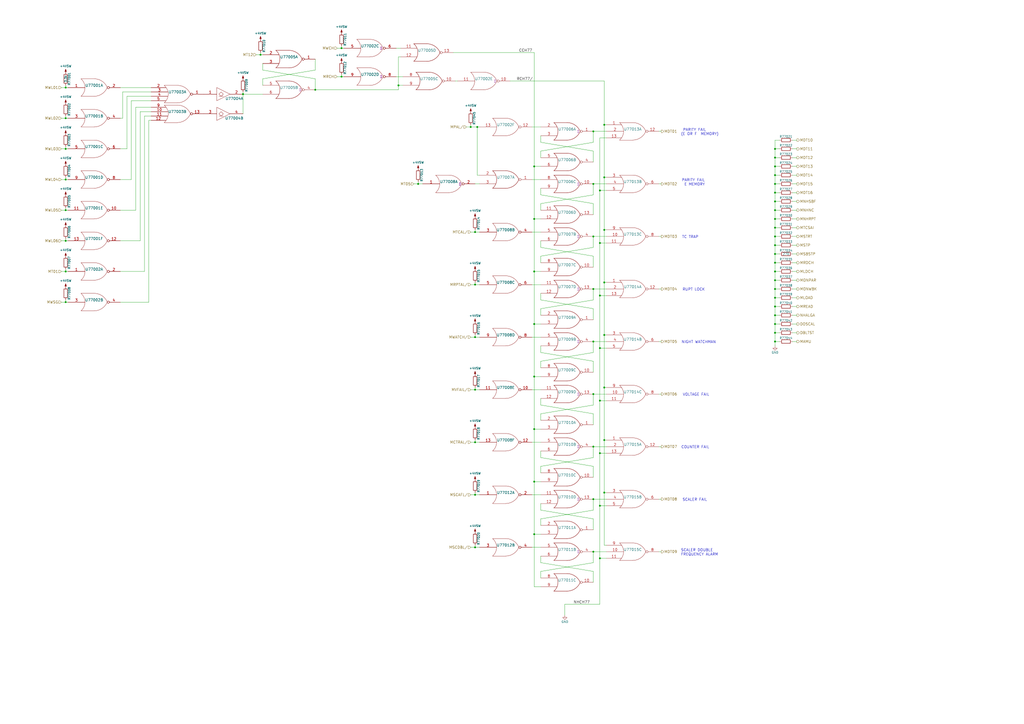
<source format=kicad_sch>
(kicad_sch (version 20211123) (generator eeschema)
  (paper "A2")
  (lib_symbols
    (symbol "Device:R" (pin_numbers hide) (pin_names (offset 0))
      (property "Reference" "R" (at 2.032 0 90))
      (property "Value" "R" (at 0 0 90))
      (symbol "R_1_1"
        (pin passive line (at 0 3.81 270) (length 1.27) (name "~") (number "1"))
        (pin passive line (at 0 -3.81 90) (length 1.27) (name "~") (number "2"))
      )
    )
    (symbol "agc_kicad_components:+4VSW" (power) (pin_names (offset 0))
      (property "Value" "+4VSW" (at 0.127 2.794 0))
      (symbol "+4VSW_1_1"
        (pin power_in line (at 0 0 90) (length 0) hide (name "+4VSW") (number "1"))
      )
    )
    (symbol "agc_kicad_components:74HC02" (pin_names (offset 0.762))
      (property "Reference" "U" (at 0 1.27 0))
      (symbol "74HC02_1_1"
        (pin output inverted (at 15.24 0 180) (length 7.62) (name "~") (number "1"))
        (pin input line (at -15.24 2.54 0) (length 9.398) (name "~") (number "2"))
        (pin input line (at -15.24 -2.54 0) (length 9.398) (name "~") (number "3"))
      )
      (symbol "74HC02_2_1"
        (pin output inverted (at 15.24 0 180) (length 7.62) (name "~") (number "4"))
        (pin input line (at -15.24 2.54 0) (length 9.398) (name "~") (number "5"))
        (pin input line (at -15.24 -2.54 0) (length 9.398) (name "~") (number "6"))
      )
      (symbol "74HC02_3_1"
        (pin output inverted (at 15.24 0 180) (length 7.62) (name "~") (number "10"))
        (pin input line (at -15.24 2.54 0) (length 9.398) (name "~") (number "8"))
        (pin input line (at -15.24 -2.54 0) (length 9.398) (name "~") (number "9"))
      )
      (symbol "74HC02_4_1"
        (pin input line (at -15.24 2.54 0) (length 9.398) (name "~") (number "11"))
        (pin input line (at -15.24 -2.54 0) (length 9.398) (name "~") (number "12"))
        (pin output inverted (at 15.24 0 180) (length 7.62) (name "~") (number "13"))
      )
      (symbol "74HC02_5_0"
        (text "GND" (at 2.54 -3.81 0) (effects (font (size 0.9906 0.9906))))
        (text "VCC" (at 2.54 3.81 0) (effects (font (size 0.9906 0.9906))))
      )
      (symbol "74HC02_5_1"
        (pin power_in line (at 0 6.35 270) (length 3.81) (name "VCC") (number "14"))
        (pin power_in line (at 0 -6.35 90) (length 3.81) (name "GND") (number "7"))
      )
    )
    (symbol "agc_kicad_components:74HC04" (pin_names (offset 0.762))
      (property "Reference" "U" (at 0 1.27 0))
      (symbol "74HC04_1_1"
        (pin input line (at -15.24 0 0) (length 9.906) (name "~") (number "1"))
        (pin output inverted (at 15.24 0 180) (length 7.62) (name "~") (number "2"))
      )
      (symbol "74HC04_2_1"
        (pin input line (at -15.24 0 0) (length 9.906) (name "~") (number "3"))
        (pin output inverted (at 15.24 0 180) (length 7.62) (name "~") (number "4"))
      )
      (symbol "74HC04_3_1"
        (pin input line (at -15.24 0 0) (length 9.906) (name "~") (number "5"))
        (pin output inverted (at 15.24 0 180) (length 7.62) (name "~") (number "6"))
      )
      (symbol "74HC04_4_1"
        (pin output inverted (at 15.24 0 180) (length 7.62) (name "~") (number "8"))
        (pin input line (at -15.24 0 0) (length 9.906) (name "~") (number "9"))
      )
      (symbol "74HC04_5_1"
        (pin output inverted (at 15.24 0 180) (length 7.62) (name "~") (number "10"))
        (pin input line (at -15.24 0 0) (length 9.906) (name "~") (number "11"))
      )
      (symbol "74HC04_6_1"
        (pin output inverted (at 15.24 0 180) (length 7.62) (name "~") (number "12"))
        (pin input line (at -15.24 0 0) (length 9.906) (name "~") (number "13"))
      )
      (symbol "74HC04_7_0"
        (text "GND" (at 2.54 -3.81 0) (effects (font (size 0.9906 0.9906))))
        (text "VCC" (at 2.54 3.81 0) (effects (font (size 0.9906 0.9906))))
      )
      (symbol "74HC04_7_1"
        (pin power_in line (at 0 6.35 270) (length 3.81) (name "VCC") (number "14"))
        (pin power_in line (at 0 -6.35 90) (length 3.81) (name "GND") (number "7"))
      )
    )
    (symbol "agc_kicad_components:74HC27" (pin_names (offset 0.762))
      (property "Reference" "U" (at 0 1.27 0))
      (symbol "74HC27_1_1"
        (pin input line (at -15.24 3.81 0) (length 8.763) (name "~") (number "1"))
        (pin output inverted (at 15.24 0 180) (length 7.62) (name "~") (number "12"))
        (pin input line (at -15.24 -3.81 0) (length 8.763) (name "~") (number "13"))
        (pin input line (at -15.24 0 0) (length 9.906) (name "~") (number "2"))
      )
      (symbol "74HC27_2_1"
        (pin input line (at -15.24 3.81 0) (length 8.763) (name "~") (number "3"))
        (pin input line (at -15.24 0 0) (length 9.906) (name "~") (number "4"))
        (pin input line (at -15.24 -3.81 0) (length 8.763) (name "~") (number "5"))
        (pin output inverted (at 15.24 0 180) (length 7.62) (name "~") (number "6"))
      )
      (symbol "74HC27_3_1"
        (pin input line (at -15.24 0 0) (length 9.906) (name "~") (number "10"))
        (pin input line (at -15.24 -3.81 0) (length 8.763) (name "~") (number "11"))
        (pin output inverted (at 15.24 0 180) (length 7.62) (name "~") (number "8"))
        (pin input line (at -15.24 3.81 0) (length 8.763) (name "~") (number "9"))
      )
      (symbol "74HC27_4_0"
        (text "GND" (at 2.54 -3.81 0) (effects (font (size 0.9906 0.9906))))
        (text "VCC" (at 2.54 3.81 0) (effects (font (size 0.9906 0.9906))))
      )
      (symbol "74HC27_4_1"
        (pin power_in line (at 0 6.35 270) (length 3.81) (name "VCC") (number "14"))
        (pin power_in line (at 0 -6.35 90) (length 3.81) (name "GND") (number "7"))
      )
    )
    (symbol "agc_kicad_components:74HC4002" (pin_names (offset 0.762))
      (property "Reference" "U" (at 0 1.27 0))
      (symbol "74HC4002_1_1"
        (pin output inverted (at 15.24 0 180) (length 7.62) (name "~") (number "1"))
        (pin input line (at -15.24 3.81 0) (length 8.509) (name "~") (number "2"))
        (pin input line (at -15.24 1.27 0) (length 9.652) (name "~") (number "3"))
        (pin input line (at -15.24 -1.27 0) (length 9.652) (name "~") (number "4"))
        (pin input line (at -15.24 -3.81 0) (length 8.509) (name "~") (number "5"))
        (pin no_connect line (at -2.54 5.08 90) (length 0) hide (name "NC1") (number "6"))
        (pin no_connect line (at 0 5.08 90) (length 0) hide (name "NC2") (number "8"))
      )
      (symbol "74HC4002_2_1"
        (pin input line (at -15.24 1.27 0) (length 9.652) (name "~") (number "10"))
        (pin input line (at -15.24 -1.27 0) (length 9.652) (name "~") (number "11"))
        (pin input line (at -15.24 -3.81 0) (length 8.509) (name "~") (number "12"))
        (pin output inverted (at 15.24 0 180) (length 7.62) (name "~") (number "13"))
        (pin no_connect line (at -2.54 5.08 90) (length 0) hide (name "NC1") (number "6"))
        (pin no_connect line (at 0 5.08 90) (length 0) hide (name "NC2") (number "8"))
        (pin input line (at -15.24 3.81 0) (length 8.509) (name "~") (number "9"))
      )
      (symbol "74HC4002_3_0"
        (text "GND" (at 2.54 -3.81 0) (effects (font (size 0.9906 0.9906))))
        (text "VCC" (at 2.54 3.81 0) (effects (font (size 0.9906 0.9906))))
      )
      (symbol "74HC4002_3_1"
        (pin power_in line (at 0 6.35 270) (length 3.81) (name "VCC") (number "14"))
        (pin power_in line (at 0 -6.35 90) (length 3.81) (name "GND") (number "7"))
      )
    )
    (symbol "agc_kicad_components:74LVC07" (pin_names (offset 0.762))
      (property "Reference" "U" (at 0 1.27 0))
      (symbol "74LVC07_1_1"
        (pin input line (at -11.43 0 0) (length 7.62) (name "~") (number "1"))
        (pin open_collector line (at 11.43 0 180) (length 7.62) (name "~") (number "2"))
      )
      (symbol "74LVC07_2_1"
        (pin input line (at -11.43 0 0) (length 7.62) (name "~") (number "3"))
        (pin open_collector line (at 11.43 0 180) (length 7.62) (name "~") (number "4"))
      )
      (symbol "74LVC07_3_1"
        (pin input line (at -11.43 0 0) (length 7.62) (name "~") (number "5"))
        (pin open_collector line (at 11.43 0 180) (length 7.62) (name "~") (number "6"))
      )
      (symbol "74LVC07_4_1"
        (pin open_collector line (at 11.43 0 180) (length 7.62) (name "~") (number "8"))
        (pin input line (at -11.43 0 0) (length 7.62) (name "~") (number "9"))
      )
      (symbol "74LVC07_5_1"
        (pin open_collector line (at 11.43 0 180) (length 7.62) (name "~") (number "10"))
        (pin input line (at -11.43 0 0) (length 7.62) (name "~") (number "11"))
      )
      (symbol "74LVC07_6_1"
        (pin open_collector line (at 11.43 0 180) (length 7.62) (name "~") (number "12"))
        (pin input line (at -11.43 0 0) (length 7.62) (name "~") (number "13"))
      )
      (symbol "74LVC07_7_0"
        (text "GND" (at 2.54 -3.81 0) (effects (font (size 0.9906 0.9906))))
        (text "VCC" (at 2.54 3.81 0) (effects (font (size 0.9906 0.9906))))
      )
      (symbol "74LVC07_7_1"
        (pin power_in line (at 0 6.35 270) (length 3.81) (name "VCC") (number "14"))
        (pin power_in line (at 0 -6.35 90) (length 3.81) (name "GND") (number "7"))
      )
    )
    (symbol "power:GND" (power) (pin_names (offset 0))
      (property "Value" "GND" (at 0 -3.81 0))
      (symbol "GND_1_1"
        (pin power_in line (at 0 0 270) (length 0) hide (name "GND") (number "1"))
      )
    )
  )
  (junction (at 347.98 110.49))
  (junction (at 449.58 152.4))
  (junction (at 198.12 27.94))
  (junction (at 347.98 232.41))
  (junction (at 275.59 226.06))
  (junction (at 273.05 73.66))
  (junction (at 309.88 279.4))
  (junction (at 350.52 285.75))
  (junction (at 309.88 127))
  (junction (at 449.58 137.16))
  (junction (at 140.97 54.61))
  (junction (at 242.57 106.68))
  (junction (at 344.17 198.12))
  (junction (at 309.88 309.88))
  (junction (at 344.17 137.16))
  (junction (at 449.58 106.68))
  (junction (at 347.98 140.97))
  (junction (at 449.58 187.96))
  (junction (at 350.52 133.35))
  (junction (at 449.58 96.52))
  (junction (at 344.17 320.04))
  (junction (at 449.58 101.6))
  (junction (at 276.86 73.66))
  (junction (at 350.52 194.31))
  (junction (at 347.98 171.45))
  (junction (at 344.17 259.08))
  (junction (at 38.1 68.58))
  (junction (at 344.17 228.6))
  (junction (at 449.58 177.8))
  (junction (at 449.58 127))
  (junction (at 347.98 262.89))
  (junction (at 275.59 134.62))
  (junction (at 350.52 163.83))
  (junction (at 449.58 86.36))
  (junction (at 38.1 104.14))
  (junction (at 275.59 256.54))
  (junction (at 38.1 175.26))
  (junction (at 38.1 121.92))
  (junction (at 449.58 193.04))
  (junction (at 38.1 86.36))
  (junction (at 275.59 195.58))
  (junction (at 350.52 255.27))
  (junction (at 309.88 218.44))
  (junction (at 347.98 293.37))
  (junction (at 344.17 289.56))
  (junction (at 347.98 323.85))
  (junction (at 151.13 31.75))
  (junction (at 449.58 116.84))
  (junction (at 449.58 162.56))
  (junction (at 38.1 157.48))
  (junction (at 309.88 96.52))
  (junction (at 449.58 157.48))
  (junction (at 350.52 102.87))
  (junction (at 449.58 111.76))
  (junction (at 449.58 198.12))
  (junction (at 275.59 165.1))
  (junction (at 198.12 44.45))
  (junction (at 449.58 182.88))
  (junction (at 182.88 52.07))
  (junction (at 449.58 132.08))
  (junction (at 449.58 142.24))
  (junction (at 275.59 287.02))
  (junction (at 38.1 139.7))
  (junction (at 309.88 187.96))
  (junction (at 350.52 72.39))
  (junction (at 309.88 248.92))
  (junction (at 449.58 91.44))
  (junction (at 309.88 157.48))
  (junction (at 350.52 224.79))
  (junction (at 449.58 167.64))
  (junction (at 38.1 50.8))
  (junction (at 449.58 172.72))
  (junction (at 449.58 121.92))
  (junction (at 347.98 201.93))
  (junction (at 344.17 76.2))
  (junction (at 231.14 49.53))
  (junction (at 344.17 167.64))
  (junction (at 275.59 317.5))
  (junction (at 449.58 147.32))
  (junction (at 344.17 106.68))
  (wire (pts (xy 347.98 323.85) (xy 347.98 293.37)))
  (wire (pts (xy 344.17 143.51) (xy 313.69 148.59)))
  (wire (pts (xy 449.58 127) (xy 449.58 132.08)))
  (wire (pts (xy 449.58 162.56) (xy 449.58 167.64)))
  (wire (pts (xy 76.2 104.14) (xy 76.2 58.42)))
  (wire (pts (xy 449.58 177.8) (xy 449.58 182.88)))
  (wire (pts (xy 275.59 226.06) (xy 275.59 224.79)))
  (wire (pts (xy 449.58 91.44) (xy 449.58 96.52)))
  (wire (pts (xy 273.05 73.66) (xy 276.86 73.66)))
  (wire (pts (xy 327.66 356.87) (xy 327.66 350.52)))
  (wire (pts (xy 309.88 127) (xy 309.88 157.48)))
  (wire (pts (xy 344.17 137.16) (xy 344.17 143.51)))
  (wire (pts (xy 344.17 148.59) (xy 313.69 143.51)))
  (wire (pts (xy 198.12 44.45) (xy 198.12 43.18)))
  (wire (pts (xy 313.69 82.55) (xy 313.69 78.74)))
  (wire (pts (xy 81.28 139.7) (xy 81.28 64.77)))
  (wire (pts (xy 449.58 106.68) (xy 449.58 111.76)))
  (wire (pts (xy 462.28 187.96) (xy 459.74 187.96)))
  (wire (pts (xy 351.79 167.64) (xy 344.17 167.64)))
  (wire (pts (xy 452.12 91.44) (xy 449.58 91.44)))
  (wire (pts (xy 351.79 106.68) (xy 344.17 106.68)))
  (wire (pts (xy 347.98 110.49) (xy 347.98 80.01)))
  (wire (pts (xy 452.12 157.48) (xy 449.58 157.48)))
  (wire (pts (xy 462.28 96.52) (xy 459.74 96.52)))
  (wire (pts (xy 35.56 175.26) (xy 38.1 175.26)))
  (wire (pts (xy 73.66 55.88) (xy 87.63 55.88)))
  (wire (pts (xy 240.03 106.68) (xy 242.57 106.68)))
  (wire (pts (xy 313.69 331.47) (xy 313.69 335.28)))
  (wire (pts (xy 350.52 163.83) (xy 351.79 163.83)))
  (wire (pts (xy 462.28 157.48) (xy 459.74 157.48)))
  (wire (pts (xy 38.1 120.65) (xy 38.1 121.92)))
  (wire (pts (xy 270.51 73.66) (xy 273.05 73.66)))
  (wire (pts (xy 350.52 255.27) (xy 350.52 285.75)))
  (wire (pts (xy 273.05 134.62) (xy 275.59 134.62)))
  (wire (pts (xy 344.17 185.42) (xy 344.17 179.07)))
  (wire (pts (xy 35.56 139.7) (xy 38.1 139.7)))
  (wire (pts (xy 449.58 111.76) (xy 449.58 116.84)))
  (wire (pts (xy 344.17 265.43) (xy 313.69 270.51)))
  (wire (pts (xy 449.58 101.6) (xy 449.58 106.68)))
  (wire (pts (xy 462.28 137.16) (xy 459.74 137.16)))
  (wire (pts (xy 452.12 198.12) (xy 449.58 198.12)))
  (wire (pts (xy 195.58 44.45) (xy 198.12 44.45)))
  (wire (pts (xy 69.85 121.92) (xy 78.74 121.92)))
  (wire (pts (xy 81.28 64.77) (xy 87.63 64.77)))
  (wire (pts (xy 344.17 228.6) (xy 344.17 234.95)))
  (wire (pts (xy 308.61 256.54) (xy 313.69 256.54)))
  (wire (pts (xy 344.17 124.46) (xy 344.17 118.11)))
  (wire (pts (xy 449.58 121.92) (xy 449.58 127)))
  (wire (pts (xy 35.56 157.48) (xy 38.1 157.48)))
  (wire (pts (xy 313.69 295.91) (xy 313.69 292.1)))
  (wire (pts (xy 350.52 194.31) (xy 351.79 194.31)))
  (wire (pts (xy 198.12 27.94) (xy 198.12 26.67)))
  (wire (pts (xy 182.88 40.64) (xy 152.4 45.72)))
  (wire (pts (xy 313.69 113.03) (xy 313.69 109.22)))
  (wire (pts (xy 275.59 226.06) (xy 278.13 226.06)))
  (wire (pts (xy 273.05 195.58) (xy 275.59 195.58)))
  (wire (pts (xy 350.52 72.39) (xy 351.79 72.39)))
  (wire (pts (xy 275.59 317.5) (xy 278.13 317.5)))
  (wire (pts (xy 383.54 289.56) (xy 382.27 289.56)))
  (wire (pts (xy 295.91 46.99) (xy 350.52 46.99)))
  (wire (pts (xy 313.69 87.63) (xy 313.69 91.44)))
  (wire (pts (xy 344.17 198.12) (xy 344.17 204.47)))
  (wire (pts (xy 344.17 289.56) (xy 344.17 295.91)))
  (wire (pts (xy 344.17 234.95) (xy 313.69 240.03)))
  (wire (pts (xy 344.17 307.34) (xy 344.17 300.99)))
  (wire (pts (xy 275.59 134.62) (xy 278.13 134.62)))
  (wire (pts (xy 83.82 157.48) (xy 83.82 67.31)))
  (wire (pts (xy 313.69 270.51) (xy 313.69 274.32)))
  (wire (pts (xy 308.61 165.1) (xy 313.69 165.1)))
  (wire (pts (xy 313.69 234.95) (xy 313.69 231.14)))
  (wire (pts (xy 351.79 259.08) (xy 344.17 259.08)))
  (wire (pts (xy 309.88 157.48) (xy 313.69 157.48)))
  (wire (pts (xy 313.69 326.39) (xy 313.69 322.58)))
  (wire (pts (xy 452.12 142.24) (xy 449.58 142.24)))
  (wire (pts (xy 462.28 121.92) (xy 459.74 121.92)))
  (wire (pts (xy 452.12 121.92) (xy 449.58 121.92)))
  (wire (pts (xy 38.1 67.31) (xy 38.1 68.58)))
  (wire (pts (xy 313.69 300.99) (xy 313.69 304.8)))
  (wire (pts (xy 275.59 134.62) (xy 275.59 133.35)))
  (wire (pts (xy 69.85 104.14) (xy 76.2 104.14)))
  (wire (pts (xy 69.85 50.8) (xy 87.63 50.8)))
  (wire (pts (xy 275.59 287.02) (xy 278.13 287.02)))
  (wire (pts (xy 452.12 177.8) (xy 449.58 177.8)))
  (wire (pts (xy 140.97 54.61) (xy 140.97 66.04)))
  (wire (pts (xy 350.52 72.39) (xy 350.52 102.87)))
  (wire (pts (xy 242.57 106.68) (xy 242.57 105.41)))
  (wire (pts (xy 462.28 86.36) (xy 459.74 86.36)))
  (wire (pts (xy 313.69 173.99) (xy 313.69 170.18)))
  (wire (pts (xy 76.2 58.42) (xy 87.63 58.42)))
  (wire (pts (xy 449.58 193.04) (xy 449.58 198.12)))
  (wire (pts (xy 452.12 96.52) (xy 449.58 96.52)))
  (wire (pts (xy 344.17 118.11) (xy 313.69 113.03)))
  (wire (pts (xy 38.1 50.8) (xy 39.37 50.8)))
  (wire (pts (xy 308.61 104.14) (xy 313.69 104.14)))
  (wire (pts (xy 71.12 68.58) (xy 71.12 53.34)))
  (wire (pts (xy 350.52 102.87) (xy 351.79 102.87)))
  (wire (pts (xy 449.58 116.84) (xy 449.58 121.92)))
  (wire (pts (xy 275.59 287.02) (xy 275.59 285.75)))
  (wire (pts (xy 383.54 137.16) (xy 382.27 137.16)))
  (wire (pts (xy 347.98 293.37) (xy 347.98 262.89)))
  (wire (pts (xy 344.17 320.04) (xy 344.17 326.39)))
  (wire (pts (xy 344.17 331.47) (xy 313.69 326.39)))
  (wire (pts (xy 83.82 67.31) (xy 87.63 67.31)))
  (wire (pts (xy 309.88 218.44) (xy 313.69 218.44)))
  (wire (pts (xy 232.41 33.02) (xy 231.14 33.02)))
  (wire (pts (xy 344.17 240.03) (xy 313.69 234.95)))
  (wire (pts (xy 452.12 193.04) (xy 449.58 193.04)))
  (wire (pts (xy 347.98 262.89) (xy 347.98 232.41)))
  (wire (pts (xy 308.61 287.02) (xy 313.69 287.02)))
  (wire (pts (xy 350.52 255.27) (xy 351.79 255.27)))
  (wire (pts (xy 462.28 193.04) (xy 459.74 193.04)))
  (wire (pts (xy 351.79 228.6) (xy 344.17 228.6)))
  (wire (pts (xy 38.1 139.7) (xy 39.37 139.7)))
  (wire (pts (xy 347.98 80.01) (xy 351.79 80.01)))
  (wire (pts (xy 242.57 106.68) (xy 245.11 106.68)))
  (wire (pts (xy 38.1 104.14) (xy 39.37 104.14)))
  (wire (pts (xy 313.69 143.51) (xy 313.69 139.7)))
  (wire (pts (xy 462.28 198.12) (xy 459.74 198.12)))
  (wire (pts (xy 449.58 157.48) (xy 449.58 162.56)))
  (wire (pts (xy 462.28 91.44) (xy 459.74 91.44)))
  (wire (pts (xy 344.17 87.63) (xy 313.69 82.55)))
  (wire (pts (xy 462.28 111.76) (xy 459.74 111.76)))
  (wire (pts (xy 69.85 157.48) (xy 83.82 157.48)))
  (wire (pts (xy 38.1 156.21) (xy 38.1 157.48)))
  (wire (pts (xy 449.58 147.32) (xy 449.58 152.4)))
  (wire (pts (xy 350.52 46.99) (xy 350.52 72.39)))
  (wire (pts (xy 86.36 69.85) (xy 86.36 175.26)))
  (wire (pts (xy 344.17 246.38) (xy 344.17 240.03)))
  (wire (pts (xy 449.58 167.64) (xy 449.58 172.72)))
  (wire (pts (xy 309.88 187.96) (xy 309.88 218.44)))
  (wire (pts (xy 344.17 76.2) (xy 351.79 76.2)))
  (wire (pts (xy 449.58 137.16) (xy 449.58 142.24)))
  (wire (pts (xy 350.52 133.35) (xy 351.79 133.35)))
  (wire (pts (xy 38.1 85.09) (xy 38.1 86.36)))
  (wire (pts (xy 231.14 49.53) (xy 231.14 52.07)))
  (wire (pts (xy 351.79 320.04) (xy 344.17 320.04)))
  (wire (pts (xy 69.85 139.7) (xy 81.28 139.7)))
  (wire (pts (xy 35.56 86.36) (xy 38.1 86.36)))
  (wire (pts (xy 452.12 137.16) (xy 449.58 137.16)))
  (wire (pts (xy 462.28 106.68) (xy 459.74 106.68)))
  (wire (pts (xy 273.05 73.66) (xy 273.05 72.39)))
  (wire (pts (xy 313.69 204.47) (xy 313.69 200.66)))
  (wire (pts (xy 38.1 157.48) (xy 39.37 157.48)))
  (wire (pts (xy 309.88 96.52) (xy 309.88 127)))
  (wire (pts (xy 462.28 81.28) (xy 459.74 81.28)))
  (wire (pts (xy 344.17 154.94) (xy 344.17 148.59)))
  (wire (pts (xy 275.59 256.54) (xy 278.13 256.54)))
  (wire (pts (xy 275.59 165.1) (xy 278.13 165.1)))
  (wire (pts (xy 452.12 167.64) (xy 449.58 167.64)))
  (wire (pts (xy 347.98 293.37) (xy 351.79 293.37)))
  (wire (pts (xy 152.4 45.72) (xy 152.4 49.53)))
  (wire (pts (xy 275.59 195.58) (xy 275.59 194.31)))
  (wire (pts (xy 152.4 40.64) (xy 152.4 36.83)))
  (wire (pts (xy 231.14 33.02) (xy 231.14 49.53)))
  (wire (pts (xy 275.59 317.5) (xy 275.59 316.23)))
  (wire (pts (xy 78.74 121.92) (xy 78.74 62.23)))
  (wire (pts (xy 350.52 163.83) (xy 350.52 194.31)))
  (wire (pts (xy 344.17 300.99) (xy 313.69 295.91)))
  (wire (pts (xy 308.61 134.62) (xy 313.69 134.62)))
  (wire (pts (xy 452.12 152.4) (xy 449.58 152.4)))
  (wire (pts (xy 449.58 182.88) (xy 449.58 187.96)))
  (wire (pts (xy 462.28 152.4) (xy 459.74 152.4)))
  (wire (pts (xy 308.61 73.66) (xy 313.69 73.66)))
  (wire (pts (xy 35.56 104.14) (xy 38.1 104.14)))
  (wire (pts (xy 452.12 106.68) (xy 449.58 106.68)))
  (wire (pts (xy 383.54 106.68) (xy 382.27 106.68)))
  (wire (pts (xy 78.74 62.23) (xy 87.63 62.23)))
  (wire (pts (xy 383.54 320.04) (xy 382.27 320.04)))
  (wire (pts (xy 309.88 30.48) (xy 309.88 96.52)))
  (wire (pts (xy 344.17 259.08) (xy 344.17 265.43)))
  (wire (pts (xy 462.28 132.08) (xy 459.74 132.08)))
  (wire (pts (xy 462.28 116.84) (xy 459.74 116.84)))
  (wire (pts (xy 273.05 256.54) (xy 275.59 256.54)))
  (wire (pts (xy 462.28 127) (xy 459.74 127)))
  (wire (pts (xy 273.05 317.5) (xy 275.59 317.5)))
  (wire (pts (xy 35.56 50.8) (xy 38.1 50.8)))
  (wire (pts (xy 452.12 132.08) (xy 449.58 132.08)))
  (wire (pts (xy 351.79 198.12) (xy 344.17 198.12)))
  (wire (pts (xy 71.12 53.34) (xy 87.63 53.34)))
  (wire (pts (xy 344.17 215.9) (xy 344.17 209.55)))
  (wire (pts (xy 350.52 102.87) (xy 350.52 133.35)))
  (wire (pts (xy 273.05 226.06) (xy 275.59 226.06)))
  (wire (pts (xy 278.13 101.6) (xy 276.86 101.6)))
  (wire (pts (xy 347.98 201.93) (xy 351.79 201.93)))
  (wire (pts (xy 347.98 140.97) (xy 351.79 140.97)))
  (wire (pts (xy 309.88 279.4) (xy 313.69 279.4)))
  (wire (pts (xy 73.66 86.36) (xy 73.66 55.88)))
  (wire (pts (xy 35.56 121.92) (xy 38.1 121.92)))
  (wire (pts (xy 452.12 116.84) (xy 449.58 116.84)))
  (wire (pts (xy 344.17 173.99) (xy 313.69 179.07)))
  (wire (pts (xy 308.61 317.5) (xy 313.69 317.5)))
  (wire (pts (xy 309.88 309.88) (xy 313.69 309.88)))
  (wire (pts (xy 38.1 173.99) (xy 38.1 175.26)))
  (wire (pts (xy 449.58 187.96) (xy 449.58 193.04)))
  (wire (pts (xy 347.98 201.93) (xy 347.98 171.45)))
  (wire (pts (xy 38.1 138.43) (xy 38.1 139.7)))
  (wire (pts (xy 309.88 96.52) (xy 313.69 96.52)))
  (wire (pts (xy 449.58 152.4) (xy 449.58 157.48)))
  (wire (pts (xy 309.88 248.92) (xy 309.88 279.4)))
  (wire (pts (xy 344.17 209.55) (xy 313.69 204.47)))
  (wire (pts (xy 140.97 53.34) (xy 140.97 54.61)))
  (wire (pts (xy 350.52 224.79) (xy 350.52 255.27)))
  (wire (pts (xy 69.85 86.36) (xy 73.66 86.36)))
  (wire (pts (xy 344.17 76.2) (xy 344.17 82.55)))
  (wire (pts (xy 182.88 34.29) (xy 182.88 40.64)))
  (wire (pts (xy 449.58 96.52) (xy 449.58 101.6)))
  (wire (pts (xy 350.52 285.75) (xy 350.52 316.23)))
  (wire (pts (xy 151.13 31.75) (xy 151.13 30.48)))
  (wire (pts (xy 347.98 350.52) (xy 347.98 323.85)))
  (wire (pts (xy 462.28 182.88) (xy 459.74 182.88)))
  (wire (pts (xy 276.86 73.66) (xy 278.13 73.66)))
  (wire (pts (xy 383.54 228.6) (xy 382.27 228.6)))
  (wire (pts (xy 276.86 101.6) (xy 276.86 73.66)))
  (wire (pts (xy 462.28 177.8) (xy 459.74 177.8)))
  (wire (pts (xy 275.59 106.68) (xy 278.13 106.68)))
  (wire (pts (xy 38.1 49.53) (xy 38.1 50.8)))
  (wire (pts (xy 313.69 209.55) (xy 313.69 213.36)))
  (wire (pts (xy 383.54 259.08) (xy 382.27 259.08)))
  (wire (pts (xy 198.12 44.45) (xy 199.39 44.45)))
  (wire (pts (xy 449.58 86.36) (xy 449.58 91.44)))
  (wire (pts (xy 309.88 127) (xy 313.69 127)))
  (wire (pts (xy 344.17 326.39) (xy 313.69 331.47)))
  (wire (pts (xy 275.59 195.58) (xy 278.13 195.58)))
  (wire (pts (xy 344.17 270.51) (xy 313.69 265.43)))
  (wire (pts (xy 38.1 102.87) (xy 38.1 104.14)))
  (wire (pts (xy 351.79 137.16) (xy 344.17 137.16)))
  (wire (pts (xy 452.12 147.32) (xy 449.58 147.32)))
  (wire (pts (xy 309.88 187.96) (xy 313.69 187.96)))
  (wire (pts (xy 383.54 167.64) (xy 382.27 167.64)))
  (wire (pts (xy 449.58 172.72) (xy 449.58 177.8)))
  (wire (pts (xy 344.17 113.03) (xy 313.69 118.11)))
  (wire (pts (xy 232.41 27.94) (xy 229.87 27.94)))
  (wire (pts (xy 347.98 323.85) (xy 351.79 323.85)))
  (wire (pts (xy 383.54 76.2) (xy 382.27 76.2)))
  (wire (pts (xy 462.28 147.32) (xy 459.74 147.32)))
  (wire (pts (xy 344.17 295.91) (xy 313.69 300.99)))
  (wire (pts (xy 273.05 165.1) (xy 275.59 165.1)))
  (wire (pts (xy 309.88 279.4) (xy 309.88 309.88)))
  (wire (pts (xy 38.1 86.36) (xy 39.37 86.36)))
  (wire (pts (xy 264.16 46.99) (xy 265.43 46.99)))
  (wire (pts (xy 347.98 171.45) (xy 347.98 140.97)))
  (wire (pts (xy 87.63 69.85) (xy 86.36 69.85)))
  (wire (pts (xy 462.28 172.72) (xy 459.74 172.72)))
  (wire (pts (xy 275.59 165.1) (xy 275.59 163.83)))
  (wire (pts (xy 462.28 142.24) (xy 459.74 142.24)))
  (wire (pts (xy 462.28 101.6) (xy 459.74 101.6)))
  (wire (pts (xy 344.17 276.86) (xy 344.17 270.51)))
  (wire (pts (xy 350.52 316.23) (xy 351.79 316.23)))
  (wire (pts (xy 350.52 285.75) (xy 351.79 285.75)))
  (wire (pts (xy 452.12 182.88) (xy 449.58 182.88)))
  (wire (pts (xy 449.58 142.24) (xy 449.58 147.32)))
  (wire (pts (xy 344.17 167.64) (xy 344.17 173.99)))
  (wire (pts (xy 449.58 132.08) (xy 449.58 137.16)))
  (wire (pts (xy 462.28 162.56) (xy 459.74 162.56)))
  (wire (pts (xy 383.54 198.12) (xy 382.27 198.12)))
  (wire (pts (xy 347.98 140.97) (xy 347.98 110.49)))
  (wire (pts (xy 182.88 52.07) (xy 182.88 45.72)))
  (wire (pts (xy 347.98 232.41) (xy 351.79 232.41)))
  (wire (pts (xy 452.12 162.56) (xy 449.58 162.56)))
  (wire (pts (xy 151.13 31.75) (xy 152.4 31.75)))
  (wire (pts (xy 182.88 45.72) (xy 152.4 40.64)))
  (wire (pts (xy 86.36 175.26) (xy 69.85 175.26)))
  (wire (pts (xy 309.88 248.92) (xy 313.69 248.92)))
  (wire (pts (xy 344.17 179.07) (xy 313.69 173.99)))
  (wire (pts (xy 313.69 118.11) (xy 313.69 121.92)))
  (wire (pts (xy 231.14 49.53) (xy 233.68 49.53)))
  (wire (pts (xy 344.17 93.98) (xy 344.17 87.63)))
  (wire (pts (xy 38.1 121.92) (xy 39.37 121.92)))
  (wire (pts (xy 347.98 110.49) (xy 351.79 110.49)))
  (wire (pts (xy 38.1 175.26) (xy 39.37 175.26)))
  (wire (pts (xy 344.17 82.55) (xy 313.69 87.63)))
  (wire (pts (xy 452.12 127) (xy 449.58 127)))
  (wire (pts (xy 262.89 30.48) (xy 309.88 30.48)))
  (wire (pts (xy 308.61 195.58) (xy 313.69 195.58)))
  (wire (pts (xy 344.17 106.68) (xy 344.17 113.03)))
  (wire (pts (xy 273.05 287.02) (xy 275.59 287.02)))
  (wire (pts (xy 198.12 27.94) (xy 199.39 27.94)))
  (wire (pts (xy 350.52 194.31) (xy 350.52 224.79)))
  (wire (pts (xy 452.12 101.6) (xy 449.58 101.6)))
  (wire (pts (xy 327.66 350.52) (xy 347.98 350.52)))
  (wire (pts (xy 449.58 81.28) (xy 449.58 86.36)))
  (wire (pts (xy 35.56 68.58) (xy 38.1 68.58)))
  (wire (pts (xy 452.12 86.36) (xy 449.58 86.36)))
  (wire (pts (xy 313.69 240.03) (xy 313.69 243.84)))
  (wire (pts (xy 351.79 289.56) (xy 344.17 289.56)))
  (wire (pts (xy 347.98 262.89) (xy 351.79 262.89)))
  (wire (pts (xy 275.59 256.54) (xy 275.59 255.27)))
  (wire (pts (xy 344.17 337.82) (xy 344.17 331.47)))
  (wire (pts (xy 313.69 179.07) (xy 313.69 182.88)))
  (wire (pts (xy 313.69 265.43) (xy 313.69 261.62)))
  (wire (pts (xy 350.52 224.79) (xy 351.79 224.79)))
  (wire (pts (xy 309.88 340.36) (xy 313.69 340.36)))
  (wire (pts (xy 347.98 232.41) (xy 347.98 201.93)))
  (wire (pts (xy 452.12 81.28) (xy 449.58 81.28)))
  (wire (pts (xy 309.88 218.44) (xy 309.88 248.92)))
  (wire (pts (xy 140.97 54.61) (xy 152.4 54.61)))
  (wire (pts (xy 308.61 226.06) (xy 313.69 226.06)))
  (wire (pts (xy 344.17 204.47) (xy 313.69 209.55)))
  (wire (pts (xy 452.12 111.76) (xy 449.58 111.76)))
  (wire (pts (xy 313.69 148.59) (xy 313.69 152.4)))
  (wire (pts (xy 38.1 68.58) (xy 39.37 68.58)))
  (wire (pts (xy 231.14 52.07) (xy 182.88 52.07)))
  (wire (pts (xy 452.12 187.96) (xy 449.58 187.96)))
  (wire (pts (xy 350.52 133.35) (xy 350.52 163.83)))
  (wire (pts (xy 452.12 172.72) (xy 449.58 172.72)))
  (wire (pts (xy 462.28 167.64) (xy 459.74 167.64)))
  (wire (pts (xy 195.58 27.94) (xy 198.12 27.94)))
  (wire (pts (xy 309.88 157.48) (xy 309.88 187.96)))
  (wire (pts (xy 309.88 309.88) (xy 309.88 340.36)))
  (wire (pts (xy 69.85 68.58) (xy 71.12 68.58)))
  (wire (pts (xy 449.58 198.12) (xy 449.58 200.66)))
  (wire (pts (xy 347.98 171.45) (xy 351.79 171.45)))
  (wire (pts (xy 229.87 44.45) (xy 233.68 44.45)))
  (wire (pts (xy 148.59 31.75) (xy 151.13 31.75)))
  (text "RUPT LOCK" (at 408.94 168.91 180) (effects (font (size 1.524 1.524)) (justify right bottom)))
  (text "TC TRAP" (at 405.13 138.43 180) (effects (font (size 1.524 1.524)) (justify right bottom)))
  (text "VOLTAGE FAIL" (at 411.48 229.87 180) (effects (font (size 1.524 1.524)) (justify right bottom)))
  (text "SCALER DOUBLE\nFREQUENCY ALARM" (at 394.97 322.58 0) (effects (font (size 1.524 1.524)) (justify left bottom)))
  (text " PARITY FAIL\n(E OR F  MEMORY)" (at 394.97 78.74 0) (effects (font (size 1.524 1.524)) (justify left bottom)))
  (text "PARITY FAIL\n E MEMORY" (at 408.94 107.95 180) (effects (font (size 1.524 1.524)) (justify right bottom)))
  (text "COUNTER FAIL" (at 411.48 260.35 180) (effects (font (size 1.524 1.524)) (justify right bottom)))
  (text "SCALER FAIL" (at 410.21 290.83 180) (effects (font (size 1.524 1.524)) (justify right bottom)))
  (text "NIGHT WATCHMAN" (at 415.29 199.39 180) (effects (font (size 1.524 1.524)) (justify right bottom)))
  (label "RCH77/" (at 299.72 46.99 0) (effects (font (size 1.524 1.524))))
  (label "CCH77" (at 300.99 30.48 0) (effects (font (size 1.524 1.524))))
  (label "NHCH77" (at 332.74 350.52 0) (effects (font (size 1.524 1.524))))
  (hierarchical_label "MDT08" (shape output) (at 383.54 289.56 0) (effects (font (size 1.524 1.524))))
  (hierarchical_label "MLOAD" (shape output) (at 462.28 172.72 0) (effects (font (size 1.524 1.524))))
  (hierarchical_label "MSTRT" (shape output) (at 462.28 137.16 0) (effects (font (size 1.524 1.524))))
  (hierarchical_label "MVFAIL/" (shape input) (at 273.05 226.06 180) (effects (font (size 1.524 1.524))))
  (hierarchical_label "MWCH" (shape input) (at 195.58 27.94 180) (effects (font (size 1.524 1.524))))
  (hierarchical_label "MDT16" (shape output) (at 462.28 111.76 0) (effects (font (size 1.524 1.524))))
  (hierarchical_label "MWL03" (shape input) (at 35.56 86.36 180) (effects (font (size 1.524 1.524))))
  (hierarchical_label "MDT15" (shape output) (at 462.28 106.68 0) (effects (font (size 1.524 1.524))))
  (hierarchical_label "MDT02" (shape output) (at 383.54 106.68 0) (effects (font (size 1.524 1.524))))
  (hierarchical_label "MNHSBF" (shape output) (at 462.28 116.84 0) (effects (font (size 1.524 1.524))))
  (hierarchical_label "MONWBK" (shape output) (at 462.28 167.64 0) (effects (font (size 1.524 1.524))))
  (hierarchical_label "MDT12" (shape output) (at 462.28 91.44 0) (effects (font (size 1.524 1.524))))
  (hierarchical_label "MDT13" (shape output) (at 462.28 96.52 0) (effects (font (size 1.524 1.524))))
  (hierarchical_label "MNHNC" (shape output) (at 462.28 121.92 0) (effects (font (size 1.524 1.524))))
  (hierarchical_label "MDT10" (shape output) (at 462.28 81.28 0) (effects (font (size 1.524 1.524))))
  (hierarchical_label "MSBSTP" (shape output) (at 462.28 147.32 0) (effects (font (size 1.524 1.524))))
  (hierarchical_label "MSCDBL/" (shape input) (at 273.05 317.5 180) (effects (font (size 1.524 1.524))))
  (hierarchical_label "MDT11" (shape output) (at 462.28 86.36 0) (effects (font (size 1.524 1.524))))
  (hierarchical_label "MWL04" (shape input) (at 35.56 104.14 180) (effects (font (size 1.524 1.524))))
  (hierarchical_label "MDT07" (shape output) (at 383.54 259.08 0) (effects (font (size 1.524 1.524))))
  (hierarchical_label "MWL05" (shape input) (at 35.56 121.92 180) (effects (font (size 1.524 1.524))))
  (hierarchical_label "MSTP" (shape output) (at 462.28 142.24 0) (effects (font (size 1.524 1.524))))
  (hierarchical_label "MONPAR" (shape output) (at 462.28 162.56 0) (effects (font (size 1.524 1.524))))
  (hierarchical_label "MPAL/" (shape input) (at 270.51 73.66 180) (effects (font (size 1.524 1.524))))
  (hierarchical_label "MWL06" (shape input) (at 35.56 139.7 180) (effects (font (size 1.524 1.524))))
  (hierarchical_label "MNHRPT" (shape output) (at 462.28 127 0) (effects (font (size 1.524 1.524))))
  (hierarchical_label "MWATCH/" (shape input) (at 273.05 195.58 180) (effects (font (size 1.524 1.524))))
  (hierarchical_label "MDT14" (shape output) (at 462.28 101.6 0) (effects (font (size 1.524 1.524))))
  (hierarchical_label "MWL01" (shape input) (at 35.56 50.8 180) (effects (font (size 1.524 1.524))))
  (hierarchical_label "NHALGA" (shape output) (at 462.28 182.88 0) (effects (font (size 1.524 1.524))))
  (hierarchical_label "MTCSAI" (shape output) (at 462.28 132.08 0) (effects (font (size 1.524 1.524))))
  (hierarchical_label "MDT05" (shape output) (at 383.54 198.12 0) (effects (font (size 1.524 1.524))))
  (hierarchical_label "MT12" (shape input) (at 148.59 31.75 180) (effects (font (size 1.524 1.524))))
  (hierarchical_label "DOSCAL" (shape output) (at 462.28 187.96 0) (effects (font (size 1.524 1.524))))
  (hierarchical_label "MRDCH" (shape output) (at 462.28 152.4 0) (effects (font (size 1.524 1.524))))
  (hierarchical_label "MDT06" (shape output) (at 383.54 228.6 0) (effects (font (size 1.524 1.524))))
  (hierarchical_label "MSCAFL/" (shape input) (at 273.05 287.02 180) (effects (font (size 1.524 1.524))))
  (hierarchical_label "MWL02" (shape input) (at 35.56 68.58 180) (effects (font (size 1.524 1.524))))
  (hierarchical_label "MT05" (shape input) (at 240.03 106.68 180) (effects (font (size 1.524 1.524))))
  (hierarchical_label "MLDCH" (shape output) (at 462.28 157.48 0) (effects (font (size 1.524 1.524))))
  (hierarchical_label "MTCAL/" (shape input) (at 273.05 134.62 180) (effects (font (size 1.524 1.524))))
  (hierarchical_label "MDT01" (shape output) (at 383.54 76.2 0) (effects (font (size 1.524 1.524))))
  (hierarchical_label "MRCH" (shape input) (at 195.58 44.45 180) (effects (font (size 1.524 1.524))))
  (hierarchical_label "MCTRAL/" (shape input) (at 273.05 256.54 180) (effects (font (size 1.524 1.524))))
  (hierarchical_label "MDT09" (shape output) (at 383.54 320.04 0) (effects (font (size 1.524 1.524))))
  (hierarchical_label "MAMU" (shape output) (at 462.28 198.12 0) (effects (font (size 1.524 1.524))))
  (hierarchical_label "MWSG" (shape input) (at 35.56 175.26 180) (effects (font (size 1.524 1.524))))
  (hierarchical_label "DBLTST" (shape output) (at 462.28 193.04 0) (effects (font (size 1.524 1.524))))
  (hierarchical_label "MT01" (shape input) (at 35.56 157.48 180) (effects (font (size 1.524 1.524))))
  (hierarchical_label "MDT04" (shape output) (at 383.54 167.64 0) (effects (font (size 1.524 1.524))))
  (hierarchical_label "MRPTAL/" (shape input) (at 273.05 165.1 180) (effects (font (size 1.524 1.524))))
  (hierarchical_label "MREAD" (shape output) (at 462.28 177.8 0) (effects (font (size 1.524 1.524))))
  (hierarchical_label "MDT03" (shape output) (at 383.54 137.16 0) (effects (font (size 1.524 1.524))))
  (symbol (lib_id "agc_kicad_components:74HC04") (at 54.61 50.8 0) (unit 1)
    (property "Reference" "U77001" (at 54.61 49.53 0) (effects (font (size 1.524 1.524))))
  )
  (symbol (lib_id "Device:R") (at 38.1 45.72 0) (unit 1)
    (property "Reference" "R77001" (at 40.132 45.72 90))
    (property "Value" "3.3k" (at 38.1 45.72 90))
  )
  (symbol (lib_id "agc_kicad_components:+4VSW") (at 38.1 41.91 0) (unit 1)
    (property "Reference" "#PWR03" (effects hide))
  )
  (symbol (lib_id "agc_kicad_components:74HC04") (at 54.61 68.58 0) (unit 2)
    (property "Reference" "U77001" (at 54.61 67.31 0) (effects (font (size 1.524 1.524))))
  )
  (symbol (lib_id "Device:R") (at 38.1 63.5 0) (unit 1)
    (property "Reference" "R77002" (at 40.132 63.5 90))
  )
  (symbol (lib_id "agc_kicad_components:+4VSW") (at 38.1 59.69 0) (unit 1)
    (property "Reference" "#PWR04" (effects hide))
  )
  (symbol (lib_id "agc_kicad_components:74HC04") (at 54.61 86.36 0) (unit 3)
    (property "Reference" "U77001" (at 54.61 85.09 0) (effects (font (size 1.524 1.524))))
  )
  (symbol (lib_id "Device:R") (at 38.1 81.28 0) (unit 1)
    (property "Reference" "R77003" (at 40.132 81.28 90))
  )
  (symbol (lib_id "agc_kicad_components:+4VSW") (at 38.1 77.47 0) (unit 1)
    (property "Reference" "#PWR05" (effects hide))
  )
  (symbol (lib_id "agc_kicad_components:74HC04") (at 54.61 104.14 0) (unit 4)
    (property "Reference" "U77001" (at 54.61 102.87 0) (effects (font (size 1.524 1.524))))
  )
  (symbol (lib_id "Device:R") (at 38.1 99.06 0) (unit 1)
    (property "Reference" "R77004" (at 40.132 99.06 90))
  )
  (symbol (lib_id "agc_kicad_components:+4VSW") (at 38.1 95.25 0) (unit 1)
    (property "Reference" "#PWR06" (effects hide))
  )
  (symbol (lib_id "agc_kicad_components:74HC04") (at 54.61 121.92 0) (unit 5)
    (property "Reference" "U77001" (at 54.61 120.65 0) (effects (font (size 1.524 1.524))))
  )
  (symbol (lib_id "Device:R") (at 38.1 116.84 0) (unit 1)
    (property "Reference" "R77005" (at 40.132 116.84 90))
  )
  (symbol (lib_id "agc_kicad_components:+4VSW") (at 38.1 113.03 0) (unit 1)
    (property "Reference" "#PWR07" (effects hide))
  )
  (symbol (lib_id "agc_kicad_components:74HC04") (at 54.61 139.7 0) (unit 6)
    (property "Reference" "U77001" (at 54.61 138.43 0) (effects (font (size 1.524 1.524))))
  )
  (symbol (lib_id "Device:R") (at 38.1 134.62 0) (unit 1)
    (property "Reference" "R77006" (at 40.132 134.62 90))
  )
  (symbol (lib_id "agc_kicad_components:+4VSW") (at 38.1 130.81 0) (unit 1)
    (property "Reference" "#PWR08" (effects hide))
  )
  (symbol (lib_id "agc_kicad_components:74HC04") (at 54.61 157.48 0) (unit 1)
    (property "Reference" "U77002" (at 54.61 156.21 0) (effects (font (size 1.524 1.524))))
  )
  (symbol (lib_id "Device:R") (at 38.1 152.4 0) (unit 1)
    (property "Reference" "R77007" (at 40.132 152.4 90))
  )
  (symbol (lib_id "agc_kicad_components:+4VSW") (at 38.1 148.59 0) (unit 1)
    (property "Reference" "#PWR09" (effects hide))
  )
  (symbol (lib_id "agc_kicad_components:74HC04") (at 54.61 175.26 0) (unit 2)
    (property "Reference" "U77002" (at 54.61 173.99 0) (effects (font (size 1.524 1.524))))
  )
  (symbol (lib_id "Device:R") (at 38.1 170.18 0) (unit 1)
    (property "Reference" "R77008" (at 40.132 170.18 90))
  )
  (symbol (lib_id "agc_kicad_components:+4VSW") (at 38.1 166.37 0) (unit 1)
    (property "Reference" "#PWR010" (effects hide))
  )
  (symbol (lib_id "agc_kicad_components:74HC4002") (at 102.87 54.61 0) (unit 1)
    (property "Reference" "U77003" (at 102.87 53.34 0) (effects (font (size 1.524 1.524))))
  )
  (symbol (lib_id "agc_kicad_components:74HC4002") (at 102.87 66.04 0) (unit 2)
    (property "Reference" "U77003" (at 102.87 64.77 0) (effects (font (size 1.524 1.524))))
  )
  (symbol (lib_id "agc_kicad_components:74LVC07") (at 129.54 66.04 0) (unit 2)
    (property "Reference" "U77004" (at 135.89 68.58 0) (effects (font (size 1.524 1.524))))
  )
  (symbol (lib_id "agc_kicad_components:74LVC07") (at 129.54 54.61 0) (unit 1)
    (property "Reference" "U77004" (at 135.89 57.15 0) (effects (font (size 1.524 1.524))))
  )
  (symbol (lib_id "Device:R") (at 140.97 49.53 0) (unit 1)
    (property "Reference" "R77009" (at 143.002 49.53 90))
  )
  (symbol (lib_id "agc_kicad_components:+4VSW") (at 140.97 45.72 0) (unit 1)
    (property "Reference" "#PWR011" (effects hide))
  )
  (symbol (lib_id "agc_kicad_components:74HC02") (at 167.64 34.29 0) (unit 1)
    (property "Reference" "U77005" (at 167.64 33.02 0) (effects (font (size 1.524 1.524))))
  )
  (symbol (lib_id "agc_kicad_components:74HC02") (at 167.64 52.07 0) (unit 2)
    (property "Reference" "U77005" (at 167.64 50.8 0) (effects (font (size 1.524 1.524))))
    (property "Initial" "1" (at 173.99 52.07 0) (effects (font (size 1.524 1.524) italic)))
  )
  (symbol (lib_id "Device:R") (at 151.13 26.67 0) (unit 1)
    (property "Reference" "R77010" (at 153.162 26.67 90))
  )
  (symbol (lib_id "agc_kicad_components:+4VSW") (at 151.13 22.86 0) (unit 1)
    (property "Reference" "#PWR012" (effects hide))
  )
  (symbol (lib_id "agc_kicad_components:74HC02") (at 248.92 46.99 0) (unit 3)
    (property "Reference" "U77005" (at 248.92 45.72 0) (effects (font (size 1.524 1.524))))
  )
  (symbol (lib_id "agc_kicad_components:74HC02") (at 247.65 30.48 0) (unit 4)
    (property "Reference" "U77005" (at 247.65 29.21 0) (effects (font (size 1.524 1.524))))
  )
  (symbol (lib_id "agc_kicad_components:74HC04") (at 214.63 27.94 0) (unit 3)
    (property "Reference" "U77002" (at 214.63 26.67 0) (effects (font (size 1.524 1.524))))
    (property "Initial" "1" (at 220.98 27.94 0) (effects (font (size 1.524 1.524) italic)))
  )
  (symbol (lib_id "agc_kicad_components:74HC04") (at 214.63 44.45 0) (unit 4)
    (property "Reference" "U77002" (at 214.63 43.18 0) (effects (font (size 1.524 1.524))))
    (property "Initial" "1" (at 220.98 44.45 0) (effects (font (size 1.524 1.524) italic)))
  )
  (symbol (lib_id "Device:R") (at 198.12 22.86 0) (unit 1)
    (property "Reference" "R77011" (at 200.152 22.86 90))
  )
  (symbol (lib_id "agc_kicad_components:+4VSW") (at 198.12 19.05 0) (unit 1)
    (property "Reference" "#PWR013" (effects hide))
  )
  (symbol (lib_id "Device:R") (at 198.12 39.37 0) (unit 1)
    (property "Reference" "R77012" (at 200.152 39.37 90))
  )
  (symbol (lib_id "agc_kicad_components:+4VSW") (at 198.12 35.56 0) (unit 1)
    (property "Reference" "#PWR014" (effects hide))
  )
  (symbol (lib_id "agc_kicad_components:74HC04") (at 280.67 46.99 0) (unit 5)
    (property "Reference" "U77002" (at 280.67 45.72 0) (effects (font (size 1.524 1.524))))
    (property "Initial" "1" (at 287.02 46.99 0) (effects (font (size 1.524 1.524) italic)))
  )
  (symbol (lib_id "agc_kicad_components:74HC02") (at 328.93 93.98 0) (unit 2)
    (property "Reference" "U77006" (at 328.93 92.71 0) (effects (font (size 1.524 1.524))))
  )
  (symbol (lib_id "agc_kicad_components:74HC02") (at 328.93 76.2 0) (unit 1)
    (property "Reference" "U77006" (at 328.93 74.93 0) (effects (font (size 1.524 1.524))))
    (property "Initial" "1" (at 335.28 76.2 0) (effects (font (size 1.524 1.524) italic)))
  )
  (symbol (lib_id "agc_kicad_components:74HC04") (at 293.37 73.66 0) (unit 6)
    (property "Reference" "U77002" (at 293.37 72.39 0) (effects (font (size 1.524 1.524))))
  )
  (symbol (lib_id "Device:R") (at 273.05 68.58 0) (unit 1)
    (property "Reference" "R77045" (at 275.082 68.58 90))
  )
  (symbol (lib_id "agc_kicad_components:+4VSW") (at 273.05 64.77 0) (unit 1)
    (property "Reference" "#PWR015" (effects hide))
  )
  (symbol (lib_id "agc_kicad_components:74HC02") (at 328.93 124.46 0) (unit 4)
    (property "Reference" "U77006" (at 328.93 123.19 0) (effects (font (size 1.524 1.524))))
  )
  (symbol (lib_id "agc_kicad_components:74HC02") (at 328.93 106.68 0) (unit 3)
    (property "Reference" "U77006" (at 328.93 105.41 0) (effects (font (size 1.524 1.524))))
    (property "Initial" "1" (at 335.28 106.68 0) (effects (font (size 1.524 1.524) italic)))
  )
  (symbol (lib_id "Device:R") (at 242.57 101.6 0) (unit 1)
    (property "Reference" "R77013" (at 244.602 101.6 90))
  )
  (symbol (lib_id "agc_kicad_components:+4VSW") (at 242.57 97.79 0) (unit 1)
    (property "Reference" "#PWR016" (effects hide))
  )
  (symbol (lib_id "agc_kicad_components:74HC02") (at 293.37 104.14 0) (unit 1)
    (property "Reference" "U77007" (at 293.37 102.87 0) (effects (font (size 1.524 1.524))))
  )
  (symbol (lib_id "agc_kicad_components:74HC04") (at 260.35 106.68 0) (unit 1)
    (property "Reference" "U77008" (at 260.35 105.41 0) (effects (font (size 1.524 1.524))))
    (property "Initial" "1" (at 266.7 106.68 0) (effects (font (size 1.524 1.524) italic)))
  )
  (symbol (lib_id "agc_kicad_components:74HC02") (at 328.93 154.94 0) (unit 3)
    (property "Reference" "U77007" (at 328.93 153.67 0) (effects (font (size 1.524 1.524))))
  )
  (symbol (lib_id "agc_kicad_components:74HC02") (at 328.93 137.16 0) (unit 2)
    (property "Reference" "U77007" (at 328.93 135.89 0) (effects (font (size 1.524 1.524))))
    (property "Initial" "1" (at 335.28 137.16 0) (effects (font (size 1.524 1.524) italic)))
  )
  (symbol (lib_id "agc_kicad_components:74HC04") (at 293.37 134.62 0) (unit 2)
    (property "Reference" "U77008" (at 293.37 133.35 0) (effects (font (size 1.524 1.524))))
  )
  (symbol (lib_id "Device:R") (at 275.59 129.54 0) (unit 1)
    (property "Reference" "R77014" (at 277.622 129.54 90))
  )
  (symbol (lib_id "agc_kicad_components:+4VSW") (at 275.59 125.73 0) (unit 1)
    (property "Reference" "#PWR017" (effects hide))
  )
  (symbol (lib_id "agc_kicad_components:74HC02") (at 328.93 185.42 0) (unit 1)
    (property "Reference" "U77009" (at 328.93 184.15 0) (effects (font (size 1.524 1.524))))
  )
  (symbol (lib_id "agc_kicad_components:74HC02") (at 328.93 167.64 0) (unit 4)
    (property "Reference" "U77007" (at 328.93 166.37 0) (effects (font (size 1.524 1.524))))
    (property "Initial" "1" (at 335.28 167.64 0) (effects (font (size 1.524 1.524) italic)))
  )
  (symbol (lib_id "agc_kicad_components:74HC04") (at 293.37 165.1 0) (unit 3)
    (property "Reference" "U77008" (at 293.37 163.83 0) (effects (font (size 1.524 1.524))))
  )
  (symbol (lib_id "Device:R") (at 275.59 160.02 0) (unit 1)
    (property "Reference" "R77015" (at 277.622 160.02 90))
  )
  (symbol (lib_id "agc_kicad_components:+4VSW") (at 275.59 156.21 0) (unit 1)
    (property "Reference" "#PWR018" (effects hide))
  )
  (symbol (lib_id "agc_kicad_components:74HC02") (at 328.93 215.9 0) (unit 3)
    (property "Reference" "U77009" (at 328.93 214.63 0) (effects (font (size 1.524 1.524))))
  )
  (symbol (lib_id "agc_kicad_components:74HC02") (at 328.93 198.12 0) (unit 2)
    (property "Reference" "U77009" (at 328.93 196.85 0) (effects (font (size 1.524 1.524))))
    (property "Initial" "1" (at 335.28 198.12 0) (effects (font (size 1.524 1.524) italic)))
  )
  (symbol (lib_id "agc_kicad_components:74HC04") (at 293.37 195.58 0) (unit 4)
    (property "Reference" "U77008" (at 293.37 194.31 0) (effects (font (size 1.524 1.524))))
  )
  (symbol (lib_id "Device:R") (at 275.59 190.5 0) (unit 1)
    (property "Reference" "R77016" (at 277.622 190.5 90))
  )
  (symbol (lib_id "agc_kicad_components:+4VSW") (at 275.59 186.69 0) (unit 1)
    (property "Reference" "#PWR019" (effects hide))
  )
  (symbol (lib_id "agc_kicad_components:74HC02") (at 328.93 246.38 0) (unit 1)
    (property "Reference" "U77010" (at 328.93 245.11 0) (effects (font (size 1.524 1.524))))
  )
  (symbol (lib_id "agc_kicad_components:74HC02") (at 328.93 228.6 0) (unit 4)
    (property "Reference" "U77009" (at 328.93 227.33 0) (effects (font (size 1.524 1.524))))
    (property "Initial" "1" (at 335.28 228.6 0) (effects (font (size 1.524 1.524) italic)))
  )
  (symbol (lib_id "agc_kicad_components:74HC04") (at 293.37 226.06 0) (unit 5)
    (property "Reference" "U77008" (at 293.37 224.79 0) (effects (font (size 1.524 1.524))))
  )
  (symbol (lib_id "Device:R") (at 275.59 220.98 0) (unit 1)
    (property "Reference" "R77017" (at 277.622 220.98 90))
  )
  (symbol (lib_id "agc_kicad_components:+4VSW") (at 275.59 217.17 0) (unit 1)
    (property "Reference" "#PWR020" (effects hide))
  )
  (symbol (lib_id "agc_kicad_components:74HC02") (at 328.93 276.86 0) (unit 3)
    (property "Reference" "U77010" (at 328.93 275.59 0) (effects (font (size 1.524 1.524))))
  )
  (symbol (lib_id "agc_kicad_components:74HC02") (at 328.93 259.08 0) (unit 2)
    (property "Reference" "U77010" (at 328.93 257.81 0) (effects (font (size 1.524 1.524))))
    (property "Initial" "1" (at 335.28 259.08 0) (effects (font (size 1.524 1.524) italic)))
  )
  (symbol (lib_id "agc_kicad_components:74HC04") (at 293.37 256.54 0) (unit 6)
    (property "Reference" "U77008" (at 293.37 255.27 0) (effects (font (size 1.524 1.524))))
  )
  (symbol (lib_id "Device:R") (at 275.59 251.46 0) (unit 1)
    (property "Reference" "R77018" (at 277.622 251.46 90))
  )
  (symbol (lib_id "agc_kicad_components:+4VSW") (at 275.59 247.65 0) (unit 1)
    (property "Reference" "#PWR021" (effects hide))
  )
  (symbol (lib_id "agc_kicad_components:74HC02") (at 328.93 307.34 0) (unit 1)
    (property "Reference" "U77011" (at 328.93 306.07 0) (effects (font (size 1.524 1.524))))
  )
  (symbol (lib_id "agc_kicad_components:74HC02") (at 328.93 289.56 0) (unit 4)
    (property "Reference" "U77010" (at 328.93 288.29 0) (effects (font (size 1.524 1.524))))
    (property "Initial" "1" (at 335.28 289.56 0) (effects (font (size 1.524 1.524) italic)))
  )
  (symbol (lib_id "agc_kicad_components:74HC04") (at 293.37 287.02 0) (unit 1)
    (property "Reference" "U77012" (at 293.37 285.75 0) (effects (font (size 1.524 1.524))))
  )
  (symbol (lib_id "Device:R") (at 275.59 281.94 0) (unit 1)
    (property "Reference" "R77019" (at 277.622 281.94 90))
  )
  (symbol (lib_id "agc_kicad_components:+4VSW") (at 275.59 278.13 0) (unit 1)
    (property "Reference" "#PWR022" (effects hide))
  )
  (symbol (lib_id "agc_kicad_components:74HC02") (at 328.93 337.82 0) (unit 3)
    (property "Reference" "U77011" (at 328.93 336.55 0) (effects (font (size 1.524 1.524))))
  )
  (symbol (lib_id "agc_kicad_components:74HC02") (at 328.93 320.04 0) (unit 2)
    (property "Reference" "U77011" (at 328.93 318.77 0) (effects (font (size 1.524 1.524))))
    (property "Initial" "1" (at 335.28 320.04 0) (effects (font (size 1.524 1.524) italic)))
  )
  (symbol (lib_id "agc_kicad_components:74HC04") (at 293.37 317.5 0) (unit 2)
    (property "Reference" "U77012" (at 293.37 316.23 0) (effects (font (size 1.524 1.524))))
  )
  (symbol (lib_id "Device:R") (at 275.59 312.42 0) (unit 1)
    (property "Reference" "R77020" (at 277.622 312.42 90))
  )
  (symbol (lib_id "agc_kicad_components:+4VSW") (at 275.59 308.61 0) (unit 1)
    (property "Reference" "#PWR023" (effects hide))
  )
  (symbol (lib_id "agc_kicad_components:74HC27") (at 367.03 76.2 0) (unit 1)
    (property "Reference" "U77013" (at 367.03 74.93 0) (effects (font (size 1.524 1.524))))
  )
  (symbol (lib_id "agc_kicad_components:74HC27") (at 367.03 106.68 0) (unit 2)
    (property "Reference" "U77013" (at 367.03 105.41 0) (effects (font (size 1.524 1.524))))
  )
  (symbol (lib_id "agc_kicad_components:74HC27") (at 367.03 137.16 0) (unit 3)
    (property "Reference" "U77013" (at 367.03 135.89 0) (effects (font (size 1.524 1.524))))
  )
  (symbol (lib_id "agc_kicad_components:74HC27") (at 367.03 167.64 0) (unit 1)
    (property "Reference" "U77014" (at 367.03 166.37 0) (effects (font (size 1.524 1.524))))
  )
  (symbol (lib_id "agc_kicad_components:74HC27") (at 367.03 198.12 0) (unit 2)
    (property "Reference" "U77014" (at 367.03 196.85 0) (effects (font (size 1.524 1.524))))
  )
  (symbol (lib_id "agc_kicad_components:74HC27") (at 367.03 228.6 0) (unit 3)
    (property "Reference" "U77014" (at 367.03 227.33 0) (effects (font (size 1.524 1.524))))
  )
  (symbol (lib_id "power:GND") (at 327.66 356.87 0) (unit 1)
    (property "Reference" "#PWR025" (effects hide))
  )
  (symbol (lib_id "agc_kicad_components:74HC27") (at 367.03 259.08 0) (unit 1)
    (property "Reference" "U77015" (at 367.03 257.81 0) (effects (font (size 1.524 1.524))))
  )
  (symbol (lib_id "agc_kicad_components:74HC27") (at 367.03 289.56 0) (unit 2)
    (property "Reference" "U77015" (at 367.03 288.29 0) (effects (font (size 1.524 1.524))))
  )
  (symbol (lib_id "agc_kicad_components:74HC27") (at 367.03 320.04 0) (unit 3)
    (property "Reference" "U77015" (at 367.03 318.77 0) (effects (font (size 1.524 1.524))))
  )
  (symbol (lib_id "Device:R") (at 455.93 81.28 90) (unit 1)
    (property "Reference" "R77021" (at 455.93 79.248 90))
  )
  (symbol (lib_id "Device:R") (at 455.93 86.36 90) (unit 1)
    (property "Reference" "R77022" (at 455.93 84.328 90))
  )
  (symbol (lib_id "Device:R") (at 455.93 91.44 90) (unit 1)
    (property "Reference" "R77023" (at 455.93 89.408 90))
  )
  (symbol (lib_id "Device:R") (at 455.93 96.52 90) (unit 1)
    (property "Reference" "R77024" (at 455.93 94.488 90))
  )
  (symbol (lib_id "Device:R") (at 455.93 101.6 90) (unit 1)
    (property "Reference" "R77025" (at 455.93 99.568 90))
  )
  (symbol (lib_id "Device:R") (at 455.93 106.68 90) (unit 1)
    (property "Reference" "R77026" (at 455.93 104.648 90))
  )
  (symbol (lib_id "Device:R") (at 455.93 111.76 90) (unit 1)
    (property "Reference" "R77027" (at 455.93 109.728 90))
  )
  (symbol (lib_id "Device:R") (at 455.93 116.84 90) (unit 1)
    (property "Reference" "R77028" (at 455.93 114.808 90))
  )
  (symbol (lib_id "Device:R") (at 455.93 121.92 90) (unit 1)
    (property "Reference" "R77029" (at 455.93 119.888 90))
  )
  (symbol (lib_id "Device:R") (at 455.93 127 90) (unit 1)
    (property "Reference" "R77030" (at 455.93 124.968 90))
  )
  (symbol (lib_id "Device:R") (at 455.93 132.08 90) (unit 1)
    (property "Reference" "R77031" (at 455.93 130.048 90))
  )
  (symbol (lib_id "Device:R") (at 455.93 137.16 90) (unit 1)
    (property "Reference" "R77032" (at 455.93 135.128 90))
  )
  (symbol (lib_id "Device:R") (at 455.93 142.24 90) (unit 1)
    (property "Reference" "R77033" (at 455.93 140.208 90))
  )
  (symbol (lib_id "Device:R") (at 455.93 147.32 90) (unit 1)
    (property "Reference" "R77034" (at 455.93 145.288 90))
    (property "Value" "270" (at 455.93 147.32 90))
  )
  (symbol (lib_id "Device:R") (at 455.93 152.4 90) (unit 1)
    (property "Reference" "R77035" (at 455.93 150.368 90))
  )
  (symbol (lib_id "Device:R") (at 455.93 157.48 90) (unit 1)
    (property "Reference" "R77036" (at 455.93 155.448 90))
  )
  (symbol (lib_id "Device:R") (at 455.93 162.56 90) (unit 1)
    (property "Reference" "R77037" (at 455.93 160.528 90))
  )
  (symbol (lib_id "Device:R") (at 455.93 167.64 90) (unit 1)
    (property "Reference" "R77038" (at 455.93 165.608 90))
  )
  (symbol (lib_id "Device:R") (at 455.93 172.72 90) (unit 1)
    (property "Reference" "R77039" (at 455.93 170.688 90))
  )
  (symbol (lib_id "Device:R") (at 455.93 177.8 90) (unit 1)
    (property "Reference" "R77040" (at 455.93 175.768 90))
  )
  (symbol (lib_id "Device:R") (at 455.93 182.88 90) (unit 1)
    (property "Reference" "R77041" (at 455.93 180.848 90))
  )
  (symbol (lib_id "Device:R") (at 455.93 187.96 90) (unit 1)
    (property "Reference" "R77042" (at 455.93 185.928 90))
  )
  (symbol (lib_id "Device:R") (at 455.93 193.04 90) (unit 1)
    (property "Reference" "R77043" (at 455.93 191.008 90))
  )
  (symbol (lib_id "Device:R") (at 455.93 198.12 90) (unit 1)
    (property "Reference" "R77044" (at 455.93 196.088 90))
  )
  (symbol (lib_id "power:GND") (at 449.58 200.66 0) (unit 1)
    (property "Reference" "#PWR024" (effects hide))
  )
)
</source>
